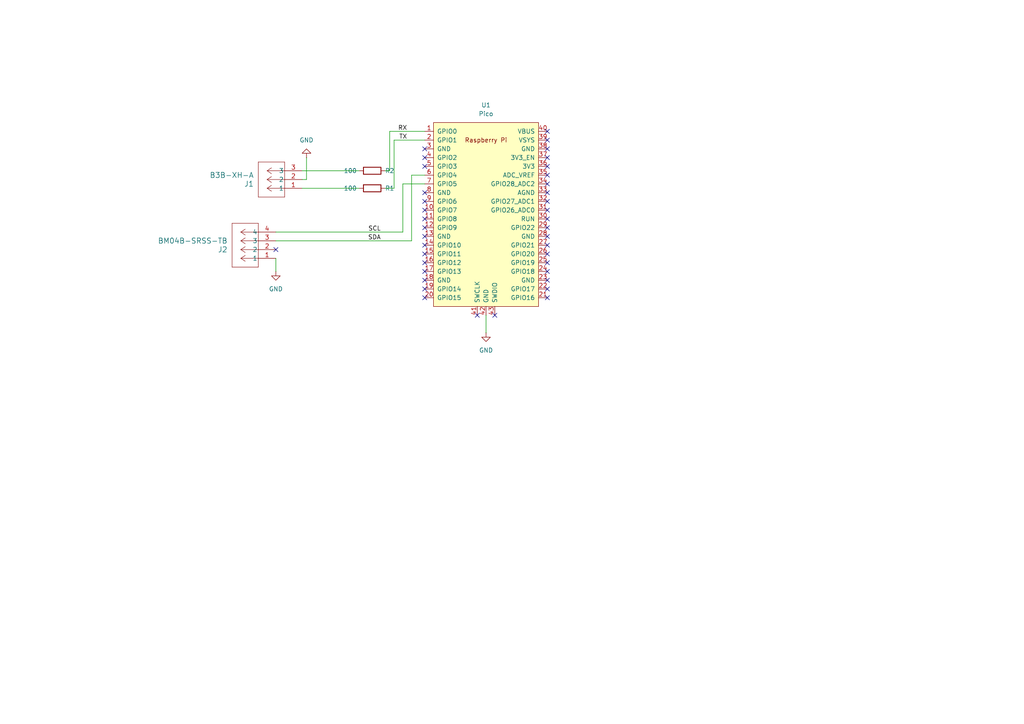
<source format=kicad_sch>
(kicad_sch (version 20231120) (generator "eeschema") (generator_version "8.0")
  (paper "A4")
  (lib_symbols
    (symbol "Device:R" (pin_numbers hide) (pin_names (offset 0))
      (property "Reference" "R" (at 2.032 0 90))
      (property "Value" "R" (at 0 0 90))
      (symbol "R_0_1"
        (rectangle (start -1.016 -2.54) (end 1.016 2.54) (stroke (width 0.254)))
      )
      (symbol "R_1_1"
        (pin passive line (at 0 3.81 270) (length 1.27) (name "~") (number "1"))
        (pin passive line (at 0 -3.81 90) (length 1.27) (name "~") (number "2"))
      )
    )
    (symbol "Ivan Hawkes:B3B-XH-A" (pin_names (offset 0.254))
      (property "Reference" "J" (at 8.89 6.35 0))
      (property "Value" "B3B-XH-A" (at 0 0 0))
      (symbol "B3B-XH-A_1_1"
        (polyline (pts (xy 5.08 -7.62) (xy 12.7 -7.62)) (stroke (width 0.127)))
        (polyline (pts (xy 5.08 2.54) (xy 5.08 -7.62)) (stroke (width 0.127)))
        (polyline (pts (xy 10.16 -5.08) (xy 5.08 -5.08)) (stroke (width 0.127)))
        (polyline (pts (xy 10.16 -5.08) (xy 8.89 -5.9267)) (stroke (width 0.127)))
        (polyline (pts (xy 10.16 -5.08) (xy 8.89 -4.2333)) (stroke (width 0.127)))
        (polyline (pts (xy 10.16 -2.54) (xy 5.08 -2.54)) (stroke (width 0.127)))
        (polyline (pts (xy 10.16 -2.54) (xy 8.89 -3.3867)) (stroke (width 0.127)))
        (polyline (pts (xy 10.16 -2.54) (xy 8.89 -1.6933)) (stroke (width 0.127)))
        (polyline (pts (xy 10.16 0) (xy 5.08 0)) (stroke (width 0.127)))
        (polyline (pts (xy 10.16 0) (xy 8.89 -0.8467)) (stroke (width 0.127)))
        (polyline (pts (xy 10.16 0) (xy 8.89 0.8467)) (stroke (width 0.127)))
        (polyline (pts (xy 12.7 -7.62) (xy 12.7 2.54)) (stroke (width 0.127)))
        (polyline (pts (xy 12.7 2.54) (xy 5.08 2.54)) (stroke (width 0.127)))
        (pin unspecified line (at 0 0 0) (length 5.08) (name "1") (number "1"))
        (pin unspecified line (at 0 -2.54 0) (length 5.08) (name "2") (number "2"))
        (pin unspecified line (at 0 -5.08 0) (length 5.08) (name "3") (number "3"))
      )
      (symbol "B3B-XH-A_1_2"
        (polyline (pts (xy 5.08 -7.62) (xy 12.7 -7.62)) (stroke (width 0.127)))
        (polyline (pts (xy 5.08 2.54) (xy 5.08 -7.62)) (stroke (width 0.127)))
        (polyline (pts (xy 7.62 -5.08) (xy 5.08 -5.08)) (stroke (width 0.127)))
        (polyline (pts (xy 7.62 -5.08) (xy 8.89 -5.9267)) (stroke (width 0.127)))
        (polyline (pts (xy 7.62 -5.08) (xy 8.89 -4.2333)) (stroke (width 0.127)))
        (polyline (pts (xy 7.62 -2.54) (xy 5.08 -2.54)) (stroke (width 0.127)))
        (polyline (pts (xy 7.62 -2.54) (xy 8.89 -3.3867)) (stroke (width 0.127)))
        (polyline (pts (xy 7.62 -2.54) (xy 8.89 -1.6933)) (stroke (width 0.127)))
        (polyline (pts (xy 7.62 0) (xy 5.08 0)) (stroke (width 0.127)))
        (polyline (pts (xy 7.62 0) (xy 8.89 -0.8467)) (stroke (width 0.127)))
        (polyline (pts (xy 7.62 0) (xy 8.89 0.8467)) (stroke (width 0.127)))
        (polyline (pts (xy 12.7 -7.62) (xy 12.7 2.54)) (stroke (width 0.127)))
        (polyline (pts (xy 12.7 2.54) (xy 5.08 2.54)) (stroke (width 0.127)))
        (pin unspecified line (at 0 0 0) (length 5.08) (name "1") (number "1"))
        (pin unspecified line (at 0 -2.54 0) (length 5.08) (name "2") (number "2"))
        (pin unspecified line (at 0 -5.08 0) (length 5.08) (name "3") (number "3"))
      )
    )
    (symbol "Ivan Hawkes:BM04B-SRSS-TB" (pin_names (offset 0.254))
      (property "Reference" "J" (at 8.89 6.35 0))
      (property "Value" "BM04B-SRSS-TB" (at 0 0 0))
      (symbol "BM04B-SRSS-TB_1_1"
        (polyline (pts (xy 5.08 -10.16) (xy 12.7 -10.16)) (stroke (width 0.127)))
        (polyline (pts (xy 5.08 2.54) (xy 5.08 -10.16)) (stroke (width 0.127)))
        (polyline (pts (xy 10.16 -7.62) (xy 5.08 -7.62)) (stroke (width 0.127)))
        (polyline (pts (xy 10.16 -7.62) (xy 8.89 -8.4667)) (stroke (width 0.127)))
        (polyline (pts (xy 10.16 -7.62) (xy 8.89 -6.7733)) (stroke (width 0.127)))
        (polyline (pts (xy 10.16 -5.08) (xy 5.08 -5.08)) (stroke (width 0.127)))
        (polyline (pts (xy 10.16 -5.08) (xy 8.89 -5.9267)) (stroke (width 0.127)))
        (polyline (pts (xy 10.16 -5.08) (xy 8.89 -4.2333)) (stroke (width 0.127)))
        (polyline (pts (xy 10.16 -2.54) (xy 5.08 -2.54)) (stroke (width 0.127)))
        (polyline (pts (xy 10.16 -2.54) (xy 8.89 -3.3867)) (stroke (width 0.127)))
        (polyline (pts (xy 10.16 -2.54) (xy 8.89 -1.6933)) (stroke (width 0.127)))
        (polyline (pts (xy 10.16 0) (xy 5.08 0)) (stroke (width 0.127)))
        (polyline (pts (xy 10.16 0) (xy 8.89 -0.8467)) (stroke (width 0.127)))
        (polyline (pts (xy 10.16 0) (xy 8.89 0.8467)) (stroke (width 0.127)))
        (polyline (pts (xy 12.7 -10.16) (xy 12.7 2.54)) (stroke (width 0.127)))
        (polyline (pts (xy 12.7 2.54) (xy 5.08 2.54)) (stroke (width 0.127)))
        (pin unspecified line (at 0 0 0) (length 5.08) (name "1") (number "1"))
        (pin unspecified line (at 0 -2.54 0) (length 5.08) (name "2") (number "2"))
        (pin unspecified line (at 0 -5.08 0) (length 5.08) (name "3") (number "3"))
        (pin unspecified line (at 0 -7.62 0) (length 5.08) (name "4") (number "4"))
      )
      (symbol "BM04B-SRSS-TB_1_2"
        (polyline (pts (xy 5.08 -10.16) (xy 12.7 -10.16)) (stroke (width 0.127)))
        (polyline (pts (xy 5.08 2.54) (xy 5.08 -10.16)) (stroke (width 0.127)))
        (polyline (pts (xy 7.62 -7.62) (xy 5.08 -7.62)) (stroke (width 0.127)))
        (polyline (pts (xy 7.62 -7.62) (xy 8.89 -8.4667)) (stroke (width 0.127)))
        (polyline (pts (xy 7.62 -7.62) (xy 8.89 -6.7733)) (stroke (width 0.127)))
        (polyline (pts (xy 7.62 -5.08) (xy 5.08 -5.08)) (stroke (width 0.127)))
        (polyline (pts (xy 7.62 -5.08) (xy 8.89 -5.9267)) (stroke (width 0.127)))
        (polyline (pts (xy 7.62 -5.08) (xy 8.89 -4.2333)) (stroke (width 0.127)))
        (polyline (pts (xy 7.62 -2.54) (xy 5.08 -2.54)) (stroke (width 0.127)))
        (polyline (pts (xy 7.62 -2.54) (xy 8.89 -3.3867)) (stroke (width 0.127)))
        (polyline (pts (xy 7.62 -2.54) (xy 8.89 -1.6933)) (stroke (width 0.127)))
        (polyline (pts (xy 7.62 0) (xy 5.08 0)) (stroke (width 0.127)))
        (polyline (pts (xy 7.62 0) (xy 8.89 -0.8467)) (stroke (width 0.127)))
        (polyline (pts (xy 7.62 0) (xy 8.89 0.8467)) (stroke (width 0.127)))
        (polyline (pts (xy 12.7 -10.16) (xy 12.7 2.54)) (stroke (width 0.127)))
        (polyline (pts (xy 12.7 2.54) (xy 5.08 2.54)) (stroke (width 0.127)))
        (pin unspecified line (at 0 0 0) (length 5.08) (name "1") (number "1"))
        (pin unspecified line (at 0 -2.54 0) (length 5.08) (name "2") (number "2"))
        (pin unspecified line (at 0 -5.08 0) (length 5.08) (name "3") (number "3"))
        (pin unspecified line (at 0 -7.62 0) (length 5.08) (name "4") (number "4"))
      )
    )
    (symbol "Ivan Hawkes:Pico" (pin_names (offset 1.016))
      (property "Reference" "U" (at -13.97 27.94 0))
      (property "Value" "Pico" (at 0 19.05 0))
      (symbol "Pico_0_0"
        (text "Raspberry Pi" (at 0 21.59 0) (effects (font (size 1.27 1.27))))
      )
      (symbol "Pico_0_1"
        (rectangle (start -15.24 26.67) (end 15.24 -26.67) (fill (type background)))
      )
      (symbol "Pico_1_1"
        (pin bidirectional line (at -17.78 24.13 0) (length 2.54) (name "GPIO0") (number "1"))
        (pin bidirectional line (at -17.78 1.27 0) (length 2.54) (name "GPIO7") (number "10"))
        (pin bidirectional line (at -17.78 -1.27 0) (length 2.54) (name "GPIO8") (number "11"))
        (pin bidirectional line (at -17.78 -3.81 0) (length 2.54) (name "GPIO9") (number "12"))
        (pin power_in line (at -17.78 -6.35 0) (length 2.54) (name "GND") (number "13"))
        (pin bidirectional line (at -17.78 -8.89 0) (length 2.54) (name "GPIO10") (number "14"))
        (pin bidirectional line (at -17.78 -11.43 0) (length 2.54) (name "GPIO11") (number "15"))
        (pin bidirectional line (at -17.78 -13.97 0) (length 2.54) (name "GPIO12") (number "16"))
        (pin bidirectional line (at -17.78 -16.51 0) (length 2.54) (name "GPIO13") (number "17"))
        (pin power_in line (at -17.78 -19.05 0) (length 2.54) (name "GND") (number "18"))
        (pin bidirectional line (at -17.78 -21.59 0) (length 2.54) (name "GPIO14") (number "19"))
        (pin bidirectional line (at -17.78 21.59 0) (length 2.54) (name "GPIO1") (number "2"))
        (pin bidirectional line (at -17.78 -24.13 0) (length 2.54) (name "GPIO15") (number "20"))
        (pin bidirectional line (at 17.78 -24.13 180) (length 2.54) (name "GPIO16") (number "21"))
        (pin bidirectional line (at 17.78 -21.59 180) (length 2.54) (name "GPIO17") (number "22"))
        (pin power_in line (at 17.78 -19.05 180) (length 2.54) (name "GND") (number "23"))
        (pin bidirectional line (at 17.78 -16.51 180) (length 2.54) (name "GPIO18") (number "24"))
        (pin bidirectional line (at 17.78 -13.97 180) (length 2.54) (name "GPIO19") (number "25"))
        (pin bidirectional line (at 17.78 -11.43 180) (length 2.54) (name "GPIO20") (number "26"))
        (pin bidirectional line (at 17.78 -8.89 180) (length 2.54) (name "GPIO21") (number "27"))
        (pin power_in line (at 17.78 -6.35 180) (length 2.54) (name "GND") (number "28"))
        (pin bidirectional line (at 17.78 -3.81 180) (length 2.54) (name "GPIO22") (number "29"))
        (pin power_in line (at -17.78 19.05 0) (length 2.54) (name "GND") (number "3"))
        (pin input line (at 17.78 -1.27 180) (length 2.54) (name "RUN") (number "30"))
        (pin bidirectional line (at 17.78 1.27 180) (length 2.54) (name "GPIO26_ADC0") (number "31"))
        (pin bidirectional line (at 17.78 3.81 180) (length 2.54) (name "GPIO27_ADC1") (number "32"))
        (pin power_in line (at 17.78 6.35 180) (length 2.54) (name "AGND") (number "33"))
        (pin bidirectional line (at 17.78 8.89 180) (length 2.54) (name "GPIO28_ADC2") (number "34"))
        (pin unspecified line (at 17.78 11.43 180) (length 2.54) (name "ADC_VREF") (number "35"))
        (pin unspecified line (at 17.78 13.97 180) (length 2.54) (name "3V3") (number "36"))
        (pin input line (at 17.78 16.51 180) (length 2.54) (name "3V3_EN") (number "37"))
        (pin bidirectional line (at 17.78 19.05 180) (length 2.54) (name "GND") (number "38"))
        (pin unspecified line (at 17.78 21.59 180) (length 2.54) (name "VSYS") (number "39"))
        (pin bidirectional line (at -17.78 16.51 0) (length 2.54) (name "GPIO2") (number "4"))
        (pin unspecified line (at 17.78 24.13 180) (length 2.54) (name "VBUS") (number "40"))
        (pin input line (at -2.54 -29.21 90) (length 2.54) (name "SWCLK") (number "41"))
        (pin power_in line (at 0 -29.21 90) (length 2.54) (name "GND") (number "42"))
        (pin bidirectional line (at 2.54 -29.21 90) (length 2.54) (name "SWDIO") (number "43"))
        (pin bidirectional line (at -17.78 13.97 0) (length 2.54) (name "GPIO3") (number "5"))
        (pin bidirectional line (at -17.78 11.43 0) (length 2.54) (name "GPIO4") (number "6"))
        (pin bidirectional line (at -17.78 8.89 0) (length 2.54) (name "GPIO5") (number "7"))
        (pin power_in line (at -17.78 6.35 0) (length 2.54) (name "GND") (number "8"))
        (pin bidirectional line (at -17.78 3.81 0) (length 2.54) (name "GPIO6") (number "9"))
      )
    )
    (symbol "power:GND" (power) (pin_numbers hide) (pin_names (offset 0) hide)
      (property "Value" "GND" (at 0 -3.81 0))
      (symbol "GND_0_1"
        (polyline (pts (xy 0 0) (xy 0 -1.27) (xy 1.27 -1.27) (xy 0 -2.54) (xy -1.27 -1.27) (xy 0 -1.27)))
      )
      (symbol "GND_1_1"
        (pin power_in line (at 0 0 270) (length 0) (name "~") (number "1"))
      )
    )
  )
  (no_connect (at 158.75 40.64))
  (no_connect (at 158.75 50.8))
  (no_connect (at 123.19 48.26))
  (no_connect (at 123.19 45.72))
  (no_connect (at 158.75 76.2))
  (no_connect (at 143.51 91.44))
  (no_connect (at 158.75 43.18))
  (no_connect (at 158.75 60.96))
  (no_connect (at 123.19 83.82))
  (no_connect (at 158.75 86.36))
  (no_connect (at 138.43 91.44))
  (no_connect (at 158.75 45.72))
  (no_connect (at 158.75 58.42))
  (no_connect (at 158.75 63.5))
  (no_connect (at 158.75 83.82))
  (no_connect (at 158.75 71.12))
  (no_connect (at 158.75 73.66))
  (no_connect (at 80.01 72.39))
  (no_connect (at 123.19 43.18))
  (no_connect (at 123.19 58.42))
  (no_connect (at 123.19 60.96))
  (no_connect (at 158.75 53.34))
  (no_connect (at 123.19 71.12))
  (no_connect (at 123.19 55.88))
  (no_connect (at 123.19 73.66))
  (no_connect (at 158.75 81.28))
  (no_connect (at 123.19 66.04))
  (no_connect (at 158.75 55.88))
  (no_connect (at 158.75 68.58))
  (no_connect (at 158.75 78.74))
  (no_connect (at 158.75 48.26))
  (no_connect (at 158.75 66.04))
  (no_connect (at 123.19 76.2))
  (no_connect (at 123.19 63.5))
  (no_connect (at 123.19 86.36))
  (no_connect (at 123.19 78.74))
  (no_connect (at 158.75 38.1))
  (no_connect (at 123.19 81.28))
  (no_connect (at 123.19 68.58))
  (wire (pts (xy 114.3 40.64) (xy 123.19 40.64)))
  (wire (pts (xy 88.9 45.72) (xy 88.9 52.07)))
  (wire (pts (xy 116.84 53.34) (xy 116.84 67.31)))
  (wire (pts (xy 80.01 67.31) (xy 116.84 67.31)))
  (wire (pts (xy 114.3 54.61) (xy 111.76 54.61)))
  (wire (pts (xy 140.97 91.44) (xy 140.97 96.52)))
  (wire (pts (xy 116.84 53.34) (xy 123.19 53.34)))
  (wire (pts (xy 119.38 50.8) (xy 119.38 69.85)))
  (wire (pts (xy 80.01 74.93) (xy 80.01 78.74)))
  (wire (pts (xy 80.01 69.85) (xy 119.38 69.85)))
  (wire (pts (xy 114.3 54.61) (xy 114.3 40.64)))
  (wire (pts (xy 113.03 49.53) (xy 111.76 49.53)))
  (wire (pts (xy 113.03 49.53) (xy 113.03 38.1)))
  (wire (pts (xy 88.9 52.07) (xy 87.63 52.07)))
  (wire (pts (xy 113.03 38.1) (xy 123.19 38.1)))
  (wire (pts (xy 119.38 50.8) (xy 123.19 50.8)))
  (wire (pts (xy 104.14 49.53) (xy 87.63 49.53)))
  (wire (pts (xy 104.14 54.61) (xy 87.63 54.61)))
  (label "RX" (at 118.11 38.1 180))
  (label "SCL" (at 110.49 67.31 180))
  (label "TX" (at 118.11 40.64 180))
  (label "SDA" (at 110.49 69.85 180))
  (symbol (lib_id "Ivan Hawkes:B3B-XH-A") (at 87.63 54.61 180) (unit 1)
    (property "Reference" "J1" (at 73.66 53.3401 0) (effects (font (size 1.524 1.524)) (justify left)))
    (property "Value" "B3B-XH-A" (at 73.66 50.8001 0) (effects (font (size 1.524 1.524)) (justify left)))
    (property "Footprint" "CONN_B3B-XH-A_JST" (effects (hide yes)))
    (property "Datasheet" "B3B-XH-A" (effects (hide yes)))
  )
  (symbol (lib_id "power:GND") (at 80.01 78.74 0) (unit 1)
    (property "Reference" "#PWR04" (effects (hide yes)))
    (property "Value" "GND" (at 80.01 83.82 0))
    (property "Description" "Power symbol creates a global label with name \"GND\" , ground" (effects (hide yes)))
  )
  (symbol (lib_id "Ivan Hawkes:Pico") (at 140.97 62.23 0) (unit 1)
    (property "Reference" "U1" (at 140.97 30.48 0))
    (property "Value" "Pico" (at 140.97 33.02 0))
    (property "Footprint" "RPi_Pico:RPi_Pico_SMD_TH" (effects (hide yes)))
  )
  (symbol (lib_id "Device:R") (at 107.95 49.53 270) (unit 1)
    (property "Reference" "R2" (at 113.03 49.53 90))
    (property "Value" "100" (at 101.6 49.53 90))
    (property "Footprint" "Resistor_SMD:R_0805_2012Metric" (effects (hide yes)))
    (property "Description" "Resistor" (effects (hide yes)))
  )
  (symbol (lib_id "Ivan Hawkes:BM04B-SRSS-TB") (at 80.01 74.93 180) (unit 1)
    (property "Reference" "J2" (at 66.04 72.3901 0) (effects (font (size 1.524 1.524)) (justify left)))
    (property "Value" "BM04B-SRSS-TB" (at 66.04 69.8501 0) (effects (font (size 1.524 1.524)) (justify left)))
    (property "Footprint" "CONN4_BM04B-SRSS_JST" (effects (hide yes)))
    (property "Datasheet" "BM04B-SRSS-TB" (effects (hide yes)))
  )
  (symbol (lib_id "power:GND") (at 140.97 96.52 0) (unit 1)
    (property "Reference" "#PWR01" (effects (hide yes)))
    (property "Value" "GND" (at 140.97 101.6 0))
    (property "Description" "Power symbol creates a global label with name \"GND\" , ground" (effects (hide yes)))
  )
  (symbol (lib_id "power:GND") (at 88.9 45.72 180) (unit 1)
    (property "Reference" "#PWR03" (effects (hide yes)))
    (property "Value" "GND" (at 88.9 40.64 0))
    (property "Description" "Power symbol creates a global label with name \"GND\" , ground" (effects (hide yes)))
  )
  (symbol (lib_id "Device:R") (at 107.95 54.61 270) (unit 1)
    (property "Reference" "R1" (at 113.03 54.61 90))
    (property "Value" "100" (at 101.6 54.61 90))
    (property "Footprint" "Resistor_SMD:R_0805_2012Metric" (effects (hide yes)))
    (property "Description" "Resistor" (effects (hide yes)))
  )
)
</source>
